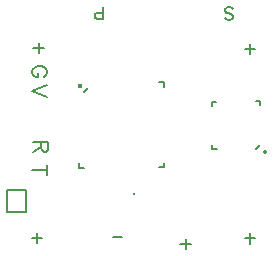
<source format=gto>
G04 DipTrace Beta 2.3.5.2*
%INLulfroMiniBrush.GTO*%
%MOIN*%
%ADD13C,0.015*%
%ADD14C,0.012*%
%ADD17C,0.008*%
%ADD18C,0.005*%
%ADD20O,0.014X0.015*%
%ADD82C,0.0062*%
%ADD85C,0.0077*%
%FSLAX44Y44*%
G04*
G70*
G90*
G75*
G01*
%LNTop TopSilk*%
%LPD*%
X7010Y5990D2*
D17*
Y6130D1*
X7140D1*
X8450Y6140D2*
X8590D1*
Y6010D1*
X8450Y4540D2*
X8590Y4680D1*
X7000Y4690D2*
Y4560D1*
Y4550D2*
X7150D1*
D20*
X8760Y4455D3*
X5230Y6780D2*
D18*
X5390D1*
Y6620D1*
X5240Y3940D2*
X5400D1*
Y4090D1*
X2550Y4100D2*
Y3940D1*
Y3930D2*
X2720D1*
Y6440D2*
X2870Y6590D1*
D13*
X2605Y6645D3*
D14*
X4390Y3050D3*
X170Y3200D2*
D18*
X810D1*
Y2460D1*
X170D1*
Y3200D1*
X1510Y3864D2*
D85*
X1008D1*
X1510Y4031D2*
Y3696D1*
X1301Y4801D2*
Y4586D1*
X1325Y4515D1*
X1349Y4490D1*
X1397Y4466D1*
X1445D1*
X1492Y4490D1*
X1517Y4515D1*
X1540Y4586D1*
Y4801D1*
X1038D1*
X1301Y4634D2*
X1038Y4466D1*
X1500Y6681D2*
X998Y6490D1*
X1500Y6299D1*
X1381Y6953D2*
X1429Y6976D1*
X1477Y7025D1*
X1500Y7072D1*
Y7168D1*
X1477Y7216D1*
X1429Y7263D1*
X1381Y7288D1*
X1309Y7311D1*
X1189D1*
X1118Y7288D1*
X1070Y7263D1*
X1022Y7216D1*
X998Y7168D1*
Y7072D1*
X1022Y7025D1*
X1070Y6976D1*
X1118Y6953D1*
X1189D1*
Y7072D1*
X3346Y9100D2*
D82*
X3174D1*
X3117Y9081D1*
X3097Y9061D1*
X3078Y9023D1*
Y8966D1*
X3097Y8928D1*
X3117Y8908D1*
X3174Y8889D1*
X3346D1*
Y9291D1*
X7438Y8927D2*
X7476Y8888D1*
X7534Y8869D1*
X7610D1*
X7668Y8888D1*
X7706Y8927D1*
Y8965D1*
X7687Y9003D1*
X7668Y9022D1*
X7630Y9041D1*
X7515Y9080D1*
X7476Y9099D1*
X7457Y9118D1*
X7438Y9156D1*
Y9214D1*
X7476Y9252D1*
X7534Y9271D1*
X7610D1*
X7668Y9252D1*
X7706Y9214D1*
X1156Y1765D2*
Y1421D1*
X984Y1593D2*
X1328D1*
X8256Y1745D2*
Y1401D1*
X8084Y1573D2*
X8428D1*
X8256Y8055D2*
Y7711D1*
X8084Y7883D2*
X8428D1*
X1216Y8095D2*
Y7751D1*
X1044Y7923D2*
X1388D1*
X6116Y1565D2*
Y1221D1*
X5944Y1393D2*
X6288D1*
X3701Y1609D2*
D85*
X3978D1*
M02*

</source>
